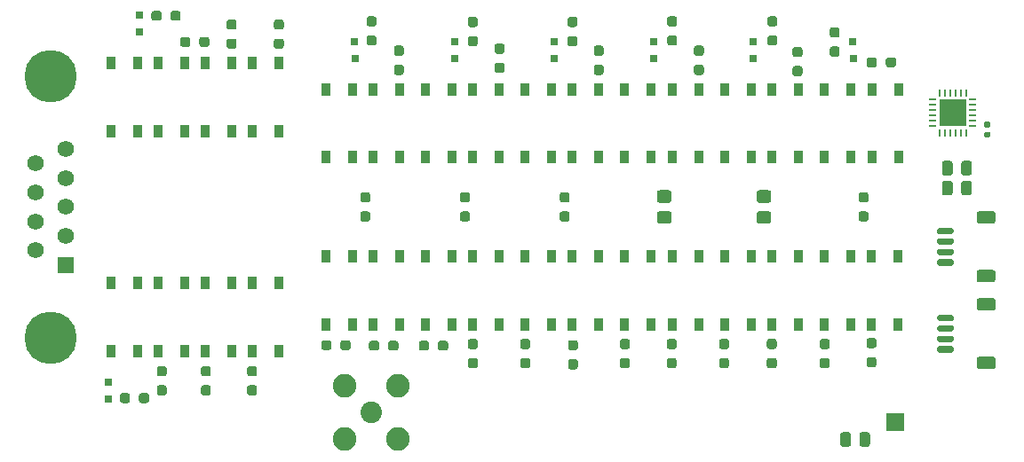
<source format=gts>
G04 #@! TF.GenerationSoftware,KiCad,Pcbnew,(5.1.10)-1*
G04 #@! TF.CreationDate,2022-05-20T10:44:42-06:00*
G04 #@! TF.ProjectId,Calibrator_02_wResistors,43616c69-6272-4617-946f-725f30325f77,rev?*
G04 #@! TF.SameCoordinates,Original*
G04 #@! TF.FileFunction,Soldermask,Top*
G04 #@! TF.FilePolarity,Negative*
%FSLAX46Y46*%
G04 Gerber Fmt 4.6, Leading zero omitted, Abs format (unit mm)*
G04 Created by KiCad (PCBNEW (5.1.10)-1) date 2022-05-20 10:44:42*
%MOMM*%
%LPD*%
G01*
G04 APERTURE LIST*
%ADD10R,1.700000X1.700000*%
%ADD11C,2.250000*%
%ADD12C,2.050000*%
%ADD13R,0.900000X1.199000*%
%ADD14R,0.280000X0.665000*%
%ADD15R,0.665000X0.280000*%
%ADD16R,2.650000X2.650000*%
%ADD17C,5.000000*%
%ADD18C,1.575000*%
%ADD19R,1.575000X1.575000*%
%ADD20R,0.800000X0.800000*%
G04 APERTURE END LIST*
G36*
G01*
X78012500Y-14337500D02*
X78487500Y-14337500D01*
G75*
G02*
X78725000Y-14575000I0J-237500D01*
G01*
X78725000Y-15075000D01*
G75*
G02*
X78487500Y-15312500I-237500J0D01*
G01*
X78012500Y-15312500D01*
G75*
G02*
X77775000Y-15075000I0J237500D01*
G01*
X77775000Y-14575000D01*
G75*
G02*
X78012500Y-14337500I237500J0D01*
G01*
G37*
G36*
G01*
X78012500Y-12512500D02*
X78487500Y-12512500D01*
G75*
G02*
X78725000Y-12750000I0J-237500D01*
G01*
X78725000Y-13250000D01*
G75*
G02*
X78487500Y-13487500I-237500J0D01*
G01*
X78012500Y-13487500D01*
G75*
G02*
X77775000Y-13250000I0J237500D01*
G01*
X77775000Y-12750000D01*
G75*
G02*
X78012500Y-12512500I237500J0D01*
G01*
G37*
G36*
G01*
X73562500Y-14425000D02*
X74037500Y-14425000D01*
G75*
G02*
X74275000Y-14662500I0J-237500D01*
G01*
X74275000Y-15162500D01*
G75*
G02*
X74037500Y-15400000I-237500J0D01*
G01*
X73562500Y-15400000D01*
G75*
G02*
X73325000Y-15162500I0J237500D01*
G01*
X73325000Y-14662500D01*
G75*
G02*
X73562500Y-14425000I237500J0D01*
G01*
G37*
G36*
G01*
X73562500Y-12600000D02*
X74037500Y-12600000D01*
G75*
G02*
X74275000Y-12837500I0J-237500D01*
G01*
X74275000Y-13337500D01*
G75*
G02*
X74037500Y-13575000I-237500J0D01*
G01*
X73562500Y-13575000D01*
G75*
G02*
X73325000Y-13337500I0J237500D01*
G01*
X73325000Y-12837500D01*
G75*
G02*
X73562500Y-12600000I237500J0D01*
G01*
G37*
G36*
G01*
X68512500Y-14425000D02*
X68987500Y-14425000D01*
G75*
G02*
X69225000Y-14662500I0J-237500D01*
G01*
X69225000Y-15162500D01*
G75*
G02*
X68987500Y-15400000I-237500J0D01*
G01*
X68512500Y-15400000D01*
G75*
G02*
X68275000Y-15162500I0J237500D01*
G01*
X68275000Y-14662500D01*
G75*
G02*
X68512500Y-14425000I237500J0D01*
G01*
G37*
G36*
G01*
X68512500Y-12600000D02*
X68987500Y-12600000D01*
G75*
G02*
X69225000Y-12837500I0J-237500D01*
G01*
X69225000Y-13337500D01*
G75*
G02*
X68987500Y-13575000I-237500J0D01*
G01*
X68512500Y-13575000D01*
G75*
G02*
X68275000Y-13337500I0J237500D01*
G01*
X68275000Y-12837500D01*
G75*
G02*
X68512500Y-12600000I237500J0D01*
G01*
G37*
G36*
G01*
X63962500Y-14425000D02*
X64437500Y-14425000D01*
G75*
G02*
X64675000Y-14662500I0J-237500D01*
G01*
X64675000Y-15162500D01*
G75*
G02*
X64437500Y-15400000I-237500J0D01*
G01*
X63962500Y-15400000D01*
G75*
G02*
X63725000Y-15162500I0J237500D01*
G01*
X63725000Y-14662500D01*
G75*
G02*
X63962500Y-14425000I237500J0D01*
G01*
G37*
G36*
G01*
X63962500Y-12600000D02*
X64437500Y-12600000D01*
G75*
G02*
X64675000Y-12837500I0J-237500D01*
G01*
X64675000Y-13337500D01*
G75*
G02*
X64437500Y-13575000I-237500J0D01*
G01*
X63962500Y-13575000D01*
G75*
G02*
X63725000Y-13337500I0J237500D01*
G01*
X63725000Y-12837500D01*
G75*
G02*
X63962500Y-12600000I237500J0D01*
G01*
G37*
G36*
G01*
X58962500Y-14425000D02*
X59437500Y-14425000D01*
G75*
G02*
X59675000Y-14662500I0J-237500D01*
G01*
X59675000Y-15162500D01*
G75*
G02*
X59437500Y-15400000I-237500J0D01*
G01*
X58962500Y-15400000D01*
G75*
G02*
X58725000Y-15162500I0J237500D01*
G01*
X58725000Y-14662500D01*
G75*
G02*
X58962500Y-14425000I237500J0D01*
G01*
G37*
G36*
G01*
X58962500Y-12600000D02*
X59437500Y-12600000D01*
G75*
G02*
X59675000Y-12837500I0J-237500D01*
G01*
X59675000Y-13337500D01*
G75*
G02*
X59437500Y-13575000I-237500J0D01*
G01*
X58962500Y-13575000D01*
G75*
G02*
X58725000Y-13337500I0J237500D01*
G01*
X58725000Y-12837500D01*
G75*
G02*
X58962500Y-12600000I237500J0D01*
G01*
G37*
G36*
G01*
X54512500Y-14425000D02*
X54987500Y-14425000D01*
G75*
G02*
X55225000Y-14662500I0J-237500D01*
G01*
X55225000Y-15162500D01*
G75*
G02*
X54987500Y-15400000I-237500J0D01*
G01*
X54512500Y-15400000D01*
G75*
G02*
X54275000Y-15162500I0J237500D01*
G01*
X54275000Y-14662500D01*
G75*
G02*
X54512500Y-14425000I237500J0D01*
G01*
G37*
G36*
G01*
X54512500Y-12600000D02*
X54987500Y-12600000D01*
G75*
G02*
X55225000Y-12837500I0J-237500D01*
G01*
X55225000Y-13337500D01*
G75*
G02*
X54987500Y-13575000I-237500J0D01*
G01*
X54512500Y-13575000D01*
G75*
G02*
X54275000Y-13337500I0J237500D01*
G01*
X54275000Y-12837500D01*
G75*
G02*
X54512500Y-12600000I237500J0D01*
G01*
G37*
G36*
G01*
X49562500Y-14537500D02*
X50037500Y-14537500D01*
G75*
G02*
X50275000Y-14775000I0J-237500D01*
G01*
X50275000Y-15275000D01*
G75*
G02*
X50037500Y-15512500I-237500J0D01*
G01*
X49562500Y-15512500D01*
G75*
G02*
X49325000Y-15275000I0J237500D01*
G01*
X49325000Y-14775000D01*
G75*
G02*
X49562500Y-14537500I237500J0D01*
G01*
G37*
G36*
G01*
X49562500Y-12712500D02*
X50037500Y-12712500D01*
G75*
G02*
X50275000Y-12950000I0J-237500D01*
G01*
X50275000Y-13450000D01*
G75*
G02*
X50037500Y-13687500I-237500J0D01*
G01*
X49562500Y-13687500D01*
G75*
G02*
X49325000Y-13450000I0J237500D01*
G01*
X49325000Y-12950000D01*
G75*
G02*
X49562500Y-12712500I237500J0D01*
G01*
G37*
G36*
G01*
X45012500Y-14425000D02*
X45487500Y-14425000D01*
G75*
G02*
X45725000Y-14662500I0J-237500D01*
G01*
X45725000Y-15162500D01*
G75*
G02*
X45487500Y-15400000I-237500J0D01*
G01*
X45012500Y-15400000D01*
G75*
G02*
X44775000Y-15162500I0J237500D01*
G01*
X44775000Y-14662500D01*
G75*
G02*
X45012500Y-14425000I237500J0D01*
G01*
G37*
G36*
G01*
X45012500Y-12600000D02*
X45487500Y-12600000D01*
G75*
G02*
X45725000Y-12837500I0J-237500D01*
G01*
X45725000Y-13337500D01*
G75*
G02*
X45487500Y-13575000I-237500J0D01*
G01*
X45012500Y-13575000D01*
G75*
G02*
X44775000Y-13337500I0J237500D01*
G01*
X44775000Y-12837500D01*
G75*
G02*
X45012500Y-12600000I237500J0D01*
G01*
G37*
G36*
G01*
X40012500Y-14425000D02*
X40487500Y-14425000D01*
G75*
G02*
X40725000Y-14662500I0J-237500D01*
G01*
X40725000Y-15162500D01*
G75*
G02*
X40487500Y-15400000I-237500J0D01*
G01*
X40012500Y-15400000D01*
G75*
G02*
X39775000Y-15162500I0J237500D01*
G01*
X39775000Y-14662500D01*
G75*
G02*
X40012500Y-14425000I237500J0D01*
G01*
G37*
G36*
G01*
X40012500Y-12600000D02*
X40487500Y-12600000D01*
G75*
G02*
X40725000Y-12837500I0J-237500D01*
G01*
X40725000Y-13337500D01*
G75*
G02*
X40487500Y-13575000I-237500J0D01*
G01*
X40012500Y-13575000D01*
G75*
G02*
X39775000Y-13337500I0J237500D01*
G01*
X39775000Y-12837500D01*
G75*
G02*
X40012500Y-12600000I237500J0D01*
G01*
G37*
G36*
G01*
X36925000Y-13487500D02*
X36925000Y-13012500D01*
G75*
G02*
X37162500Y-12775000I237500J0D01*
G01*
X37662500Y-12775000D01*
G75*
G02*
X37900000Y-13012500I0J-237500D01*
G01*
X37900000Y-13487500D01*
G75*
G02*
X37662500Y-13725000I-237500J0D01*
G01*
X37162500Y-13725000D01*
G75*
G02*
X36925000Y-13487500I0J237500D01*
G01*
G37*
G36*
G01*
X35100000Y-13487500D02*
X35100000Y-13012500D01*
G75*
G02*
X35337500Y-12775000I237500J0D01*
G01*
X35837500Y-12775000D01*
G75*
G02*
X36075000Y-13012500I0J-237500D01*
G01*
X36075000Y-13487500D01*
G75*
G02*
X35837500Y-13725000I-237500J0D01*
G01*
X35337500Y-13725000D01*
G75*
G02*
X35100000Y-13487500I0J237500D01*
G01*
G37*
G36*
G01*
X32175000Y-13487500D02*
X32175000Y-13012500D01*
G75*
G02*
X32412500Y-12775000I237500J0D01*
G01*
X32912500Y-12775000D01*
G75*
G02*
X33150000Y-13012500I0J-237500D01*
G01*
X33150000Y-13487500D01*
G75*
G02*
X32912500Y-13725000I-237500J0D01*
G01*
X32412500Y-13725000D01*
G75*
G02*
X32175000Y-13487500I0J237500D01*
G01*
G37*
G36*
G01*
X30350000Y-13487500D02*
X30350000Y-13012500D01*
G75*
G02*
X30587500Y-12775000I237500J0D01*
G01*
X31087500Y-12775000D01*
G75*
G02*
X31325000Y-13012500I0J-237500D01*
G01*
X31325000Y-13487500D01*
G75*
G02*
X31087500Y-13725000I-237500J0D01*
G01*
X30587500Y-13725000D01*
G75*
G02*
X30350000Y-13487500I0J237500D01*
G01*
G37*
G36*
G01*
X27625000Y-13437500D02*
X27625000Y-12962500D01*
G75*
G02*
X27862500Y-12725000I237500J0D01*
G01*
X28362500Y-12725000D01*
G75*
G02*
X28600000Y-12962500I0J-237500D01*
G01*
X28600000Y-13437500D01*
G75*
G02*
X28362500Y-13675000I-237500J0D01*
G01*
X27862500Y-13675000D01*
G75*
G02*
X27625000Y-13437500I0J237500D01*
G01*
G37*
G36*
G01*
X25800000Y-13437500D02*
X25800000Y-12962500D01*
G75*
G02*
X26037500Y-12725000I237500J0D01*
G01*
X26537500Y-12725000D01*
G75*
G02*
X26775000Y-12962500I0J-237500D01*
G01*
X26775000Y-13437500D01*
G75*
G02*
X26537500Y-13675000I-237500J0D01*
G01*
X26037500Y-13675000D01*
G75*
G02*
X25800000Y-13437500I0J237500D01*
G01*
G37*
G36*
G01*
X79625000Y13562500D02*
X79625000Y14037500D01*
G75*
G02*
X79862500Y14275000I237500J0D01*
G01*
X80362500Y14275000D01*
G75*
G02*
X80600000Y14037500I0J-237500D01*
G01*
X80600000Y13562500D01*
G75*
G02*
X80362500Y13325000I-237500J0D01*
G01*
X79862500Y13325000D01*
G75*
G02*
X79625000Y13562500I0J237500D01*
G01*
G37*
G36*
G01*
X77800000Y13562500D02*
X77800000Y14037500D01*
G75*
G02*
X78037500Y14275000I237500J0D01*
G01*
X78537500Y14275000D01*
G75*
G02*
X78775000Y14037500I0J-237500D01*
G01*
X78775000Y13562500D01*
G75*
G02*
X78537500Y13325000I-237500J0D01*
G01*
X78037500Y13325000D01*
G75*
G02*
X77800000Y13562500I0J237500D01*
G01*
G37*
G36*
G01*
X70962500Y13462500D02*
X71437500Y13462500D01*
G75*
G02*
X71675000Y13225000I0J-237500D01*
G01*
X71675000Y12725000D01*
G75*
G02*
X71437500Y12487500I-237500J0D01*
G01*
X70962500Y12487500D01*
G75*
G02*
X70725000Y12725000I0J237500D01*
G01*
X70725000Y13225000D01*
G75*
G02*
X70962500Y13462500I237500J0D01*
G01*
G37*
G36*
G01*
X70962500Y15287500D02*
X71437500Y15287500D01*
G75*
G02*
X71675000Y15050000I0J-237500D01*
G01*
X71675000Y14550000D01*
G75*
G02*
X71437500Y14312500I-237500J0D01*
G01*
X70962500Y14312500D01*
G75*
G02*
X70725000Y14550000I0J237500D01*
G01*
X70725000Y15050000D01*
G75*
G02*
X70962500Y15287500I237500J0D01*
G01*
G37*
G36*
G01*
X61562500Y13575000D02*
X62037500Y13575000D01*
G75*
G02*
X62275000Y13337500I0J-237500D01*
G01*
X62275000Y12837500D01*
G75*
G02*
X62037500Y12600000I-237500J0D01*
G01*
X61562500Y12600000D01*
G75*
G02*
X61325000Y12837500I0J237500D01*
G01*
X61325000Y13337500D01*
G75*
G02*
X61562500Y13575000I237500J0D01*
G01*
G37*
G36*
G01*
X61562500Y15400000D02*
X62037500Y15400000D01*
G75*
G02*
X62275000Y15162500I0J-237500D01*
G01*
X62275000Y14662500D01*
G75*
G02*
X62037500Y14425000I-237500J0D01*
G01*
X61562500Y14425000D01*
G75*
G02*
X61325000Y14662500I0J237500D01*
G01*
X61325000Y15162500D01*
G75*
G02*
X61562500Y15400000I237500J0D01*
G01*
G37*
G36*
G01*
X52012500Y13575000D02*
X52487500Y13575000D01*
G75*
G02*
X52725000Y13337500I0J-237500D01*
G01*
X52725000Y12837500D01*
G75*
G02*
X52487500Y12600000I-237500J0D01*
G01*
X52012500Y12600000D01*
G75*
G02*
X51775000Y12837500I0J237500D01*
G01*
X51775000Y13337500D01*
G75*
G02*
X52012500Y13575000I237500J0D01*
G01*
G37*
G36*
G01*
X52012500Y15400000D02*
X52487500Y15400000D01*
G75*
G02*
X52725000Y15162500I0J-237500D01*
G01*
X52725000Y14662500D01*
G75*
G02*
X52487500Y14425000I-237500J0D01*
G01*
X52012500Y14425000D01*
G75*
G02*
X51775000Y14662500I0J237500D01*
G01*
X51775000Y15162500D01*
G75*
G02*
X52012500Y15400000I237500J0D01*
G01*
G37*
G36*
G01*
X42562500Y13775000D02*
X43037500Y13775000D01*
G75*
G02*
X43275000Y13537500I0J-237500D01*
G01*
X43275000Y13037500D01*
G75*
G02*
X43037500Y12800000I-237500J0D01*
G01*
X42562500Y12800000D01*
G75*
G02*
X42325000Y13037500I0J237500D01*
G01*
X42325000Y13537500D01*
G75*
G02*
X42562500Y13775000I237500J0D01*
G01*
G37*
G36*
G01*
X42562500Y15600000D02*
X43037500Y15600000D01*
G75*
G02*
X43275000Y15362500I0J-237500D01*
G01*
X43275000Y14862500D01*
G75*
G02*
X43037500Y14625000I-237500J0D01*
G01*
X42562500Y14625000D01*
G75*
G02*
X42325000Y14862500I0J237500D01*
G01*
X42325000Y15362500D01*
G75*
G02*
X42562500Y15600000I237500J0D01*
G01*
G37*
G36*
G01*
X32962500Y13575000D02*
X33437500Y13575000D01*
G75*
G02*
X33675000Y13337500I0J-237500D01*
G01*
X33675000Y12837500D01*
G75*
G02*
X33437500Y12600000I-237500J0D01*
G01*
X32962500Y12600000D01*
G75*
G02*
X32725000Y12837500I0J237500D01*
G01*
X32725000Y13337500D01*
G75*
G02*
X32962500Y13575000I237500J0D01*
G01*
G37*
G36*
G01*
X32962500Y15400000D02*
X33437500Y15400000D01*
G75*
G02*
X33675000Y15162500I0J-237500D01*
G01*
X33675000Y14662500D01*
G75*
G02*
X33437500Y14425000I-237500J0D01*
G01*
X32962500Y14425000D01*
G75*
G02*
X32725000Y14662500I0J237500D01*
G01*
X32725000Y15162500D01*
G75*
G02*
X32962500Y15400000I237500J0D01*
G01*
G37*
G36*
G01*
X74512500Y15325000D02*
X74987500Y15325000D01*
G75*
G02*
X75225000Y15087500I0J-237500D01*
G01*
X75225000Y14587500D01*
G75*
G02*
X74987500Y14350000I-237500J0D01*
G01*
X74512500Y14350000D01*
G75*
G02*
X74275000Y14587500I0J237500D01*
G01*
X74275000Y15087500D01*
G75*
G02*
X74512500Y15325000I237500J0D01*
G01*
G37*
G36*
G01*
X74512500Y17150000D02*
X74987500Y17150000D01*
G75*
G02*
X75225000Y16912500I0J-237500D01*
G01*
X75225000Y16412500D01*
G75*
G02*
X74987500Y16175000I-237500J0D01*
G01*
X74512500Y16175000D01*
G75*
G02*
X74275000Y16412500I0J237500D01*
G01*
X74275000Y16912500D01*
G75*
G02*
X74512500Y17150000I237500J0D01*
G01*
G37*
G36*
G01*
X68562500Y16375000D02*
X69037500Y16375000D01*
G75*
G02*
X69275000Y16137500I0J-237500D01*
G01*
X69275000Y15637500D01*
G75*
G02*
X69037500Y15400000I-237500J0D01*
G01*
X68562500Y15400000D01*
G75*
G02*
X68325000Y15637500I0J237500D01*
G01*
X68325000Y16137500D01*
G75*
G02*
X68562500Y16375000I237500J0D01*
G01*
G37*
G36*
G01*
X68562500Y18200000D02*
X69037500Y18200000D01*
G75*
G02*
X69275000Y17962500I0J-237500D01*
G01*
X69275000Y17462500D01*
G75*
G02*
X69037500Y17225000I-237500J0D01*
G01*
X68562500Y17225000D01*
G75*
G02*
X68325000Y17462500I0J237500D01*
G01*
X68325000Y17962500D01*
G75*
G02*
X68562500Y18200000I237500J0D01*
G01*
G37*
G36*
G01*
X59012500Y16375000D02*
X59487500Y16375000D01*
G75*
G02*
X59725000Y16137500I0J-237500D01*
G01*
X59725000Y15637500D01*
G75*
G02*
X59487500Y15400000I-237500J0D01*
G01*
X59012500Y15400000D01*
G75*
G02*
X58775000Y15637500I0J237500D01*
G01*
X58775000Y16137500D01*
G75*
G02*
X59012500Y16375000I237500J0D01*
G01*
G37*
G36*
G01*
X59012500Y18200000D02*
X59487500Y18200000D01*
G75*
G02*
X59725000Y17962500I0J-237500D01*
G01*
X59725000Y17462500D01*
G75*
G02*
X59487500Y17225000I-237500J0D01*
G01*
X59012500Y17225000D01*
G75*
G02*
X58775000Y17462500I0J237500D01*
G01*
X58775000Y17962500D01*
G75*
G02*
X59012500Y18200000I237500J0D01*
G01*
G37*
G36*
G01*
X49512500Y16325000D02*
X49987500Y16325000D01*
G75*
G02*
X50225000Y16087500I0J-237500D01*
G01*
X50225000Y15587500D01*
G75*
G02*
X49987500Y15350000I-237500J0D01*
G01*
X49512500Y15350000D01*
G75*
G02*
X49275000Y15587500I0J237500D01*
G01*
X49275000Y16087500D01*
G75*
G02*
X49512500Y16325000I237500J0D01*
G01*
G37*
G36*
G01*
X49512500Y18150000D02*
X49987500Y18150000D01*
G75*
G02*
X50225000Y17912500I0J-237500D01*
G01*
X50225000Y17412500D01*
G75*
G02*
X49987500Y17175000I-237500J0D01*
G01*
X49512500Y17175000D01*
G75*
G02*
X49275000Y17412500I0J237500D01*
G01*
X49275000Y17912500D01*
G75*
G02*
X49512500Y18150000I237500J0D01*
G01*
G37*
G36*
G01*
X40012500Y16325000D02*
X40487500Y16325000D01*
G75*
G02*
X40725000Y16087500I0J-237500D01*
G01*
X40725000Y15587500D01*
G75*
G02*
X40487500Y15350000I-237500J0D01*
G01*
X40012500Y15350000D01*
G75*
G02*
X39775000Y15587500I0J237500D01*
G01*
X39775000Y16087500D01*
G75*
G02*
X40012500Y16325000I237500J0D01*
G01*
G37*
G36*
G01*
X40012500Y18150000D02*
X40487500Y18150000D01*
G75*
G02*
X40725000Y17912500I0J-237500D01*
G01*
X40725000Y17412500D01*
G75*
G02*
X40487500Y17175000I-237500J0D01*
G01*
X40012500Y17175000D01*
G75*
G02*
X39775000Y17412500I0J237500D01*
G01*
X39775000Y17912500D01*
G75*
G02*
X40012500Y18150000I237500J0D01*
G01*
G37*
G36*
G01*
X30362500Y16375000D02*
X30837500Y16375000D01*
G75*
G02*
X31075000Y16137500I0J-237500D01*
G01*
X31075000Y15637500D01*
G75*
G02*
X30837500Y15400000I-237500J0D01*
G01*
X30362500Y15400000D01*
G75*
G02*
X30125000Y15637500I0J237500D01*
G01*
X30125000Y16137500D01*
G75*
G02*
X30362500Y16375000I237500J0D01*
G01*
G37*
G36*
G01*
X30362500Y18200000D02*
X30837500Y18200000D01*
G75*
G02*
X31075000Y17962500I0J-237500D01*
G01*
X31075000Y17462500D01*
G75*
G02*
X30837500Y17225000I-237500J0D01*
G01*
X30362500Y17225000D01*
G75*
G02*
X30125000Y17462500I0J237500D01*
G01*
X30125000Y17962500D01*
G75*
G02*
X30362500Y18200000I237500J0D01*
G01*
G37*
G36*
G01*
X11425000Y18012500D02*
X11425000Y18487500D01*
G75*
G02*
X11662500Y18725000I237500J0D01*
G01*
X12162500Y18725000D01*
G75*
G02*
X12400000Y18487500I0J-237500D01*
G01*
X12400000Y18012500D01*
G75*
G02*
X12162500Y17775000I-237500J0D01*
G01*
X11662500Y17775000D01*
G75*
G02*
X11425000Y18012500I0J237500D01*
G01*
G37*
G36*
G01*
X9600000Y18012500D02*
X9600000Y18487500D01*
G75*
G02*
X9837500Y18725000I237500J0D01*
G01*
X10337500Y18725000D01*
G75*
G02*
X10575000Y18487500I0J-237500D01*
G01*
X10575000Y18012500D01*
G75*
G02*
X10337500Y17775000I-237500J0D01*
G01*
X9837500Y17775000D01*
G75*
G02*
X9600000Y18012500I0J237500D01*
G01*
G37*
G36*
G01*
X17487500Y16925000D02*
X17012500Y16925000D01*
G75*
G02*
X16775000Y17162500I0J237500D01*
G01*
X16775000Y17662500D01*
G75*
G02*
X17012500Y17900000I237500J0D01*
G01*
X17487500Y17900000D01*
G75*
G02*
X17725000Y17662500I0J-237500D01*
G01*
X17725000Y17162500D01*
G75*
G02*
X17487500Y16925000I-237500J0D01*
G01*
G37*
G36*
G01*
X17487500Y15100000D02*
X17012500Y15100000D01*
G75*
G02*
X16775000Y15337500I0J237500D01*
G01*
X16775000Y15837500D01*
G75*
G02*
X17012500Y16075000I237500J0D01*
G01*
X17487500Y16075000D01*
G75*
G02*
X17725000Y15837500I0J-237500D01*
G01*
X17725000Y15337500D01*
G75*
G02*
X17487500Y15100000I-237500J0D01*
G01*
G37*
G36*
G01*
X14175000Y15512500D02*
X14175000Y15987500D01*
G75*
G02*
X14412500Y16225000I237500J0D01*
G01*
X14912500Y16225000D01*
G75*
G02*
X15150000Y15987500I0J-237500D01*
G01*
X15150000Y15512500D01*
G75*
G02*
X14912500Y15275000I-237500J0D01*
G01*
X14412500Y15275000D01*
G75*
G02*
X14175000Y15512500I0J237500D01*
G01*
G37*
G36*
G01*
X12350000Y15512500D02*
X12350000Y15987500D01*
G75*
G02*
X12587500Y16225000I237500J0D01*
G01*
X13087500Y16225000D01*
G75*
G02*
X13325000Y15987500I0J-237500D01*
G01*
X13325000Y15512500D01*
G75*
G02*
X13087500Y15275000I-237500J0D01*
G01*
X12587500Y15275000D01*
G75*
G02*
X12350000Y15512500I0J237500D01*
G01*
G37*
G36*
G01*
X21997500Y16925000D02*
X21522500Y16925000D01*
G75*
G02*
X21285000Y17162500I0J237500D01*
G01*
X21285000Y17662500D01*
G75*
G02*
X21522500Y17900000I237500J0D01*
G01*
X21997500Y17900000D01*
G75*
G02*
X22235000Y17662500I0J-237500D01*
G01*
X22235000Y17162500D01*
G75*
G02*
X21997500Y16925000I-237500J0D01*
G01*
G37*
G36*
G01*
X21997500Y15100000D02*
X21522500Y15100000D01*
G75*
G02*
X21285000Y15337500I0J237500D01*
G01*
X21285000Y15837500D01*
G75*
G02*
X21522500Y16075000I237500J0D01*
G01*
X21997500Y16075000D01*
G75*
G02*
X22235000Y15837500I0J-237500D01*
G01*
X22235000Y15337500D01*
G75*
G02*
X21997500Y15100000I-237500J0D01*
G01*
G37*
G36*
G01*
X10837500Y-16175000D02*
X10362500Y-16175000D01*
G75*
G02*
X10125000Y-15937500I0J237500D01*
G01*
X10125000Y-15437500D01*
G75*
G02*
X10362500Y-15200000I237500J0D01*
G01*
X10837500Y-15200000D01*
G75*
G02*
X11075000Y-15437500I0J-237500D01*
G01*
X11075000Y-15937500D01*
G75*
G02*
X10837500Y-16175000I-237500J0D01*
G01*
G37*
G36*
G01*
X10837500Y-18000000D02*
X10362500Y-18000000D01*
G75*
G02*
X10125000Y-17762500I0J237500D01*
G01*
X10125000Y-17262500D01*
G75*
G02*
X10362500Y-17025000I237500J0D01*
G01*
X10837500Y-17025000D01*
G75*
G02*
X11075000Y-17262500I0J-237500D01*
G01*
X11075000Y-17762500D01*
G75*
G02*
X10837500Y-18000000I-237500J0D01*
G01*
G37*
G36*
G01*
X15037500Y-16175000D02*
X14562500Y-16175000D01*
G75*
G02*
X14325000Y-15937500I0J237500D01*
G01*
X14325000Y-15437500D01*
G75*
G02*
X14562500Y-15200000I237500J0D01*
G01*
X15037500Y-15200000D01*
G75*
G02*
X15275000Y-15437500I0J-237500D01*
G01*
X15275000Y-15937500D01*
G75*
G02*
X15037500Y-16175000I-237500J0D01*
G01*
G37*
G36*
G01*
X15037500Y-18000000D02*
X14562500Y-18000000D01*
G75*
G02*
X14325000Y-17762500I0J237500D01*
G01*
X14325000Y-17262500D01*
G75*
G02*
X14562500Y-17025000I237500J0D01*
G01*
X15037500Y-17025000D01*
G75*
G02*
X15275000Y-17262500I0J-237500D01*
G01*
X15275000Y-17762500D01*
G75*
G02*
X15037500Y-18000000I-237500J0D01*
G01*
G37*
G36*
G01*
X19437500Y-16175000D02*
X18962500Y-16175000D01*
G75*
G02*
X18725000Y-15937500I0J237500D01*
G01*
X18725000Y-15437500D01*
G75*
G02*
X18962500Y-15200000I237500J0D01*
G01*
X19437500Y-15200000D01*
G75*
G02*
X19675000Y-15437500I0J-237500D01*
G01*
X19675000Y-15937500D01*
G75*
G02*
X19437500Y-16175000I-237500J0D01*
G01*
G37*
G36*
G01*
X19437500Y-18000000D02*
X18962500Y-18000000D01*
G75*
G02*
X18725000Y-17762500I0J237500D01*
G01*
X18725000Y-17262500D01*
G75*
G02*
X18962500Y-17025000I237500J0D01*
G01*
X19437500Y-17025000D01*
G75*
G02*
X19675000Y-17262500I0J-237500D01*
G01*
X19675000Y-17762500D01*
G75*
G02*
X19437500Y-18000000I-237500J0D01*
G01*
G37*
G36*
G01*
X7575000Y-18012500D02*
X7575000Y-18487500D01*
G75*
G02*
X7337500Y-18725000I-237500J0D01*
G01*
X6837500Y-18725000D01*
G75*
G02*
X6600000Y-18487500I0J237500D01*
G01*
X6600000Y-18012500D01*
G75*
G02*
X6837500Y-17775000I237500J0D01*
G01*
X7337500Y-17775000D01*
G75*
G02*
X7575000Y-18012500I0J-237500D01*
G01*
G37*
G36*
G01*
X9400000Y-18012500D02*
X9400000Y-18487500D01*
G75*
G02*
X9162500Y-18725000I-237500J0D01*
G01*
X8662500Y-18725000D01*
G75*
G02*
X8425000Y-18487500I0J237500D01*
G01*
X8425000Y-18012500D01*
G75*
G02*
X8662500Y-17775000I237500J0D01*
G01*
X9162500Y-17775000D01*
G75*
G02*
X9400000Y-18012500I0J-237500D01*
G01*
G37*
D10*
X80500000Y-20500000D03*
D11*
X28060000Y-22140000D03*
X28060000Y-17060000D03*
X33140000Y-17060000D03*
X33140000Y-22140000D03*
D12*
X30600000Y-19600000D03*
D13*
X78230000Y-4750000D03*
X80770000Y-4750000D03*
X80770000Y-11250000D03*
X78230000Y-11250000D03*
X80870000Y4750000D03*
X78330000Y4750000D03*
X78330000Y11250000D03*
X80870000Y11250000D03*
X73730000Y-4750000D03*
X76270000Y-4750000D03*
X76270000Y-11250000D03*
X73730000Y-11250000D03*
X76270000Y4750000D03*
X73730000Y4750000D03*
X73730000Y11250000D03*
X76270000Y11250000D03*
X68730000Y-4750000D03*
X71270000Y-4750000D03*
X71270000Y-11250000D03*
X68730000Y-11250000D03*
X71270000Y4750000D03*
X68730000Y4750000D03*
X68730000Y11250000D03*
X71270000Y11250000D03*
X64230000Y-4750000D03*
X66770000Y-4750000D03*
X66770000Y-11250000D03*
X64230000Y-11250000D03*
X66770000Y4750000D03*
X64230000Y4750000D03*
X64230000Y11250000D03*
X66770000Y11250000D03*
X59230000Y-4750000D03*
X61770000Y-4750000D03*
X61770000Y-11250000D03*
X59230000Y-11250000D03*
X61770000Y4750000D03*
X59230000Y4750000D03*
X59230000Y11250000D03*
X61770000Y11250000D03*
X54730000Y-4750000D03*
X57270000Y-4750000D03*
X57270000Y-11250000D03*
X54730000Y-11250000D03*
X57270000Y4750000D03*
X54730000Y4750000D03*
X54730000Y11250000D03*
X57270000Y11250000D03*
X49730000Y-4750000D03*
X52270000Y-4750000D03*
X52270000Y-11250000D03*
X49730000Y-11250000D03*
X45230000Y-4750000D03*
X47770000Y-4750000D03*
X47770000Y-11250000D03*
X45230000Y-11250000D03*
X40230000Y-4750000D03*
X42770000Y-4750000D03*
X42770000Y-11250000D03*
X40230000Y-11250000D03*
X35730000Y-4750000D03*
X38270000Y-4750000D03*
X38270000Y-11250000D03*
X35730000Y-11250000D03*
X30730000Y-4750000D03*
X33270000Y-4750000D03*
X33270000Y-11250000D03*
X30730000Y-11250000D03*
X26230000Y-4750000D03*
X28770000Y-4750000D03*
X28770000Y-11250000D03*
X26230000Y-11250000D03*
X52270000Y4750000D03*
X49730000Y4750000D03*
X49730000Y11250000D03*
X52270000Y11250000D03*
X47770000Y4750000D03*
X45230000Y4750000D03*
X45230000Y11250000D03*
X47770000Y11250000D03*
X42770000Y4750000D03*
X40230000Y4750000D03*
X40230000Y11250000D03*
X42770000Y11250000D03*
X38270000Y4750000D03*
X35730000Y4750000D03*
X35730000Y11250000D03*
X38270000Y11250000D03*
X33270000Y4750000D03*
X30730000Y4750000D03*
X30730000Y11250000D03*
X33270000Y11250000D03*
X28770000Y4750000D03*
X26230000Y4750000D03*
X26230000Y11250000D03*
X28770000Y11250000D03*
D14*
X87250000Y10908000D03*
X86750000Y10908000D03*
X86250000Y10908000D03*
X85750000Y10908000D03*
X85250000Y10908000D03*
X84750000Y10908000D03*
D15*
X84092000Y10250000D03*
X84092000Y9750000D03*
X84092000Y9250000D03*
X84092000Y8750000D03*
X84092000Y8250000D03*
X84092000Y7750000D03*
D14*
X84750000Y7092000D03*
X85250000Y7092000D03*
X85750000Y7092000D03*
X86250000Y7092000D03*
X86750000Y7092000D03*
X87250000Y7092000D03*
D15*
X87908000Y7750000D03*
X87908000Y8250000D03*
X87908000Y8750000D03*
X87908000Y9250000D03*
X87908000Y9750000D03*
X87908000Y10250000D03*
D16*
X86000000Y9000000D03*
D13*
X17270000Y7250000D03*
X14730000Y7250000D03*
X14730000Y13750000D03*
X17270000Y13750000D03*
X12770000Y7250000D03*
X10230000Y7250000D03*
X10230000Y13750000D03*
X12770000Y13750000D03*
X8270000Y7250000D03*
X5730000Y7250000D03*
X5730000Y13750000D03*
X8270000Y13750000D03*
X21770000Y7250000D03*
X19230000Y7250000D03*
X19230000Y13750000D03*
X21770000Y13750000D03*
X10230000Y-7250000D03*
X12770000Y-7250000D03*
X12770000Y-13750000D03*
X10230000Y-13750000D03*
X5730000Y-7250000D03*
X8270000Y-7250000D03*
X8270000Y-13750000D03*
X5730000Y-13750000D03*
X14730000Y-7250000D03*
X17270000Y-7250000D03*
X17270000Y-13750000D03*
X14730000Y-13750000D03*
X19230000Y-7250000D03*
X21770000Y-7250000D03*
X21770000Y-13750000D03*
X19230000Y-13750000D03*
D17*
X0Y-12500000D03*
D18*
X-1420000Y4140000D03*
X-1420000Y1380000D03*
X-1420000Y-1380000D03*
X-1420000Y-4140000D03*
X1420000Y5520000D03*
X1420000Y2760000D03*
X1420000Y-2760000D03*
D19*
X1420000Y-5520000D03*
D17*
X0Y12500000D03*
D18*
X1420000Y0D03*
D20*
X76497000Y15799000D03*
X76503000Y14201000D03*
X66997000Y15799000D03*
X67003000Y14201000D03*
X57497000Y15799000D03*
X57503000Y14201000D03*
X47997000Y15799000D03*
X48003000Y14201000D03*
X38497000Y15799000D03*
X38503000Y14201000D03*
X28997000Y15799000D03*
X29003000Y14201000D03*
X5503000Y-18299000D03*
X5497000Y-16701000D03*
X8497000Y18299000D03*
X8503000Y16701000D03*
G36*
G01*
X77100000Y-22650002D02*
X77100000Y-21749998D01*
G75*
G02*
X77349998Y-21500000I249998J0D01*
G01*
X77875002Y-21500000D01*
G75*
G02*
X78125000Y-21749998I0J-249998D01*
G01*
X78125000Y-22650002D01*
G75*
G02*
X77875002Y-22900000I-249998J0D01*
G01*
X77349998Y-22900000D01*
G75*
G02*
X77100000Y-22650002I0J249998D01*
G01*
G37*
G36*
G01*
X75275000Y-22650002D02*
X75275000Y-21749998D01*
G75*
G02*
X75524998Y-21500000I249998J0D01*
G01*
X76050002Y-21500000D01*
G75*
G02*
X76300000Y-21749998I0J-249998D01*
G01*
X76300000Y-22650002D01*
G75*
G02*
X76050002Y-22900000I-249998J0D01*
G01*
X75524998Y-22900000D01*
G75*
G02*
X75275000Y-22650002I0J249998D01*
G01*
G37*
G36*
G01*
X86000000Y4150002D02*
X86000000Y3249998D01*
G75*
G02*
X85750002Y3000000I-249998J0D01*
G01*
X85224998Y3000000D01*
G75*
G02*
X84975000Y3249998I0J249998D01*
G01*
X84975000Y4150002D01*
G75*
G02*
X85224998Y4400000I249998J0D01*
G01*
X85750002Y4400000D01*
G75*
G02*
X86000000Y4150002I0J-249998D01*
G01*
G37*
G36*
G01*
X87825000Y4150002D02*
X87825000Y3249998D01*
G75*
G02*
X87575002Y3000000I-249998J0D01*
G01*
X87049998Y3000000D01*
G75*
G02*
X86800000Y3249998I0J249998D01*
G01*
X86800000Y4150002D01*
G75*
G02*
X87049998Y4400000I249998J0D01*
G01*
X87575002Y4400000D01*
G75*
G02*
X87825000Y4150002I0J-249998D01*
G01*
G37*
G36*
G01*
X77262500Y-425000D02*
X77737500Y-425000D01*
G75*
G02*
X77975000Y-662500I0J-237500D01*
G01*
X77975000Y-1162500D01*
G75*
G02*
X77737500Y-1400000I-237500J0D01*
G01*
X77262500Y-1400000D01*
G75*
G02*
X77025000Y-1162500I0J237500D01*
G01*
X77025000Y-662500D01*
G75*
G02*
X77262500Y-425000I237500J0D01*
G01*
G37*
G36*
G01*
X77262500Y1400000D02*
X77737500Y1400000D01*
G75*
G02*
X77975000Y1162500I0J-237500D01*
G01*
X77975000Y662500D01*
G75*
G02*
X77737500Y425000I-237500J0D01*
G01*
X77262500Y425000D01*
G75*
G02*
X77025000Y662500I0J237500D01*
G01*
X77025000Y1162500D01*
G75*
G02*
X77262500Y1400000I237500J0D01*
G01*
G37*
G36*
G01*
X86000000Y2250002D02*
X86000000Y1349998D01*
G75*
G02*
X85750002Y1100000I-249998J0D01*
G01*
X85224998Y1100000D01*
G75*
G02*
X84975000Y1349998I0J249998D01*
G01*
X84975000Y2250002D01*
G75*
G02*
X85224998Y2500000I249998J0D01*
G01*
X85750002Y2500000D01*
G75*
G02*
X86000000Y2250002I0J-249998D01*
G01*
G37*
G36*
G01*
X87825000Y2250002D02*
X87825000Y1349998D01*
G75*
G02*
X87575002Y1100000I-249998J0D01*
G01*
X87049998Y1100000D01*
G75*
G02*
X86800000Y1349998I0J249998D01*
G01*
X86800000Y2250002D01*
G75*
G02*
X87049998Y2500000I249998J0D01*
G01*
X87575002Y2500000D01*
G75*
G02*
X87825000Y2250002I0J-249998D01*
G01*
G37*
G36*
G01*
X67549999Y-400000D02*
X68450001Y-400000D01*
G75*
G02*
X68700000Y-649999I0J-249999D01*
G01*
X68700000Y-1350001D01*
G75*
G02*
X68450001Y-1600000I-249999J0D01*
G01*
X67549999Y-1600000D01*
G75*
G02*
X67300000Y-1350001I0J249999D01*
G01*
X67300000Y-649999D01*
G75*
G02*
X67549999Y-400000I249999J0D01*
G01*
G37*
G36*
G01*
X67549999Y1600000D02*
X68450001Y1600000D01*
G75*
G02*
X68700000Y1350001I0J-249999D01*
G01*
X68700000Y649999D01*
G75*
G02*
X68450001Y400000I-249999J0D01*
G01*
X67549999Y400000D01*
G75*
G02*
X67300000Y649999I0J249999D01*
G01*
X67300000Y1350001D01*
G75*
G02*
X67549999Y1600000I249999J0D01*
G01*
G37*
G36*
G01*
X58049999Y-400000D02*
X58950001Y-400000D01*
G75*
G02*
X59200000Y-649999I0J-249999D01*
G01*
X59200000Y-1350001D01*
G75*
G02*
X58950001Y-1600000I-249999J0D01*
G01*
X58049999Y-1600000D01*
G75*
G02*
X57800000Y-1350001I0J249999D01*
G01*
X57800000Y-649999D01*
G75*
G02*
X58049999Y-400000I249999J0D01*
G01*
G37*
G36*
G01*
X58049999Y1600000D02*
X58950001Y1600000D01*
G75*
G02*
X59200000Y1350001I0J-249999D01*
G01*
X59200000Y649999D01*
G75*
G02*
X58950001Y400000I-249999J0D01*
G01*
X58049999Y400000D01*
G75*
G02*
X57800000Y649999I0J249999D01*
G01*
X57800000Y1350001D01*
G75*
G02*
X58049999Y1600000I249999J0D01*
G01*
G37*
G36*
G01*
X48762500Y-425000D02*
X49237500Y-425000D01*
G75*
G02*
X49475000Y-662500I0J-237500D01*
G01*
X49475000Y-1162500D01*
G75*
G02*
X49237500Y-1400000I-237500J0D01*
G01*
X48762500Y-1400000D01*
G75*
G02*
X48525000Y-1162500I0J237500D01*
G01*
X48525000Y-662500D01*
G75*
G02*
X48762500Y-425000I237500J0D01*
G01*
G37*
G36*
G01*
X48762500Y1400000D02*
X49237500Y1400000D01*
G75*
G02*
X49475000Y1162500I0J-237500D01*
G01*
X49475000Y662500D01*
G75*
G02*
X49237500Y425000I-237500J0D01*
G01*
X48762500Y425000D01*
G75*
G02*
X48525000Y662500I0J237500D01*
G01*
X48525000Y1162500D01*
G75*
G02*
X48762500Y1400000I237500J0D01*
G01*
G37*
G36*
G01*
X39262500Y-425000D02*
X39737500Y-425000D01*
G75*
G02*
X39975000Y-662500I0J-237500D01*
G01*
X39975000Y-1162500D01*
G75*
G02*
X39737500Y-1400000I-237500J0D01*
G01*
X39262500Y-1400000D01*
G75*
G02*
X39025000Y-1162500I0J237500D01*
G01*
X39025000Y-662500D01*
G75*
G02*
X39262500Y-425000I237500J0D01*
G01*
G37*
G36*
G01*
X39262500Y1400000D02*
X39737500Y1400000D01*
G75*
G02*
X39975000Y1162500I0J-237500D01*
G01*
X39975000Y662500D01*
G75*
G02*
X39737500Y425000I-237500J0D01*
G01*
X39262500Y425000D01*
G75*
G02*
X39025000Y662500I0J237500D01*
G01*
X39025000Y1162500D01*
G75*
G02*
X39262500Y1400000I237500J0D01*
G01*
G37*
G36*
G01*
X29762500Y-425000D02*
X30237500Y-425000D01*
G75*
G02*
X30475000Y-662500I0J-237500D01*
G01*
X30475000Y-1162500D01*
G75*
G02*
X30237500Y-1400000I-237500J0D01*
G01*
X29762500Y-1400000D01*
G75*
G02*
X29525000Y-1162500I0J237500D01*
G01*
X29525000Y-662500D01*
G75*
G02*
X29762500Y-425000I237500J0D01*
G01*
G37*
G36*
G01*
X29762500Y1400000D02*
X30237500Y1400000D01*
G75*
G02*
X30475000Y1162500I0J-237500D01*
G01*
X30475000Y662500D01*
G75*
G02*
X30237500Y425000I-237500J0D01*
G01*
X29762500Y425000D01*
G75*
G02*
X29525000Y662500I0J237500D01*
G01*
X29525000Y1162500D01*
G75*
G02*
X29762500Y1400000I237500J0D01*
G01*
G37*
G36*
G01*
X89825001Y-1600000D02*
X88524999Y-1600000D01*
G75*
G02*
X88275000Y-1350001I0J249999D01*
G01*
X88275000Y-649999D01*
G75*
G02*
X88524999Y-400000I249999J0D01*
G01*
X89825001Y-400000D01*
G75*
G02*
X90075000Y-649999I0J-249999D01*
G01*
X90075000Y-1350001D01*
G75*
G02*
X89825001Y-1600000I-249999J0D01*
G01*
G37*
G36*
G01*
X89825001Y-7200000D02*
X88524999Y-7200000D01*
G75*
G02*
X88275000Y-6950001I0J249999D01*
G01*
X88275000Y-6249999D01*
G75*
G02*
X88524999Y-6000000I249999J0D01*
G01*
X89825001Y-6000000D01*
G75*
G02*
X90075000Y-6249999I0J-249999D01*
G01*
X90075000Y-6950001D01*
G75*
G02*
X89825001Y-7200000I-249999J0D01*
G01*
G37*
G36*
G01*
X85925000Y-2600000D02*
X84675000Y-2600000D01*
G75*
G02*
X84525000Y-2450000I0J150000D01*
G01*
X84525000Y-2150000D01*
G75*
G02*
X84675000Y-2000000I150000J0D01*
G01*
X85925000Y-2000000D01*
G75*
G02*
X86075000Y-2150000I0J-150000D01*
G01*
X86075000Y-2450000D01*
G75*
G02*
X85925000Y-2600000I-150000J0D01*
G01*
G37*
G36*
G01*
X85925000Y-3600000D02*
X84675000Y-3600000D01*
G75*
G02*
X84525000Y-3450000I0J150000D01*
G01*
X84525000Y-3150000D01*
G75*
G02*
X84675000Y-3000000I150000J0D01*
G01*
X85925000Y-3000000D01*
G75*
G02*
X86075000Y-3150000I0J-150000D01*
G01*
X86075000Y-3450000D01*
G75*
G02*
X85925000Y-3600000I-150000J0D01*
G01*
G37*
G36*
G01*
X85925000Y-4600000D02*
X84675000Y-4600000D01*
G75*
G02*
X84525000Y-4450000I0J150000D01*
G01*
X84525000Y-4150000D01*
G75*
G02*
X84675000Y-4000000I150000J0D01*
G01*
X85925000Y-4000000D01*
G75*
G02*
X86075000Y-4150000I0J-150000D01*
G01*
X86075000Y-4450000D01*
G75*
G02*
X85925000Y-4600000I-150000J0D01*
G01*
G37*
G36*
G01*
X85925000Y-5600000D02*
X84675000Y-5600000D01*
G75*
G02*
X84525000Y-5450000I0J150000D01*
G01*
X84525000Y-5150000D01*
G75*
G02*
X84675000Y-5000000I150000J0D01*
G01*
X85925000Y-5000000D01*
G75*
G02*
X86075000Y-5150000I0J-150000D01*
G01*
X86075000Y-5450000D01*
G75*
G02*
X85925000Y-5600000I-150000J0D01*
G01*
G37*
G36*
G01*
X89835001Y-9900000D02*
X88534999Y-9900000D01*
G75*
G02*
X88285000Y-9650001I0J249999D01*
G01*
X88285000Y-8949999D01*
G75*
G02*
X88534999Y-8700000I249999J0D01*
G01*
X89835001Y-8700000D01*
G75*
G02*
X90085000Y-8949999I0J-249999D01*
G01*
X90085000Y-9650001D01*
G75*
G02*
X89835001Y-9900000I-249999J0D01*
G01*
G37*
G36*
G01*
X89835001Y-15500000D02*
X88534999Y-15500000D01*
G75*
G02*
X88285000Y-15250001I0J249999D01*
G01*
X88285000Y-14549999D01*
G75*
G02*
X88534999Y-14300000I249999J0D01*
G01*
X89835001Y-14300000D01*
G75*
G02*
X90085000Y-14549999I0J-249999D01*
G01*
X90085000Y-15250001D01*
G75*
G02*
X89835001Y-15500000I-249999J0D01*
G01*
G37*
G36*
G01*
X85935000Y-10900000D02*
X84685000Y-10900000D01*
G75*
G02*
X84535000Y-10750000I0J150000D01*
G01*
X84535000Y-10450000D01*
G75*
G02*
X84685000Y-10300000I150000J0D01*
G01*
X85935000Y-10300000D01*
G75*
G02*
X86085000Y-10450000I0J-150000D01*
G01*
X86085000Y-10750000D01*
G75*
G02*
X85935000Y-10900000I-150000J0D01*
G01*
G37*
G36*
G01*
X85935000Y-11900000D02*
X84685000Y-11900000D01*
G75*
G02*
X84535000Y-11750000I0J150000D01*
G01*
X84535000Y-11450000D01*
G75*
G02*
X84685000Y-11300000I150000J0D01*
G01*
X85935000Y-11300000D01*
G75*
G02*
X86085000Y-11450000I0J-150000D01*
G01*
X86085000Y-11750000D01*
G75*
G02*
X85935000Y-11900000I-150000J0D01*
G01*
G37*
G36*
G01*
X85935000Y-12900000D02*
X84685000Y-12900000D01*
G75*
G02*
X84535000Y-12750000I0J150000D01*
G01*
X84535000Y-12450000D01*
G75*
G02*
X84685000Y-12300000I150000J0D01*
G01*
X85935000Y-12300000D01*
G75*
G02*
X86085000Y-12450000I0J-150000D01*
G01*
X86085000Y-12750000D01*
G75*
G02*
X85935000Y-12900000I-150000J0D01*
G01*
G37*
G36*
G01*
X85935000Y-13900000D02*
X84685000Y-13900000D01*
G75*
G02*
X84535000Y-13750000I0J150000D01*
G01*
X84535000Y-13450000D01*
G75*
G02*
X84685000Y-13300000I150000J0D01*
G01*
X85935000Y-13300000D01*
G75*
G02*
X86085000Y-13450000I0J-150000D01*
G01*
X86085000Y-13750000D01*
G75*
G02*
X85935000Y-13900000I-150000J0D01*
G01*
G37*
G36*
G01*
X89470000Y7580000D02*
X89130000Y7580000D01*
G75*
G02*
X88990000Y7720000I0J140000D01*
G01*
X88990000Y8000000D01*
G75*
G02*
X89130000Y8140000I140000J0D01*
G01*
X89470000Y8140000D01*
G75*
G02*
X89610000Y8000000I0J-140000D01*
G01*
X89610000Y7720000D01*
G75*
G02*
X89470000Y7580000I-140000J0D01*
G01*
G37*
G36*
G01*
X89470000Y6620000D02*
X89130000Y6620000D01*
G75*
G02*
X88990000Y6760000I0J140000D01*
G01*
X88990000Y7040000D01*
G75*
G02*
X89130000Y7180000I140000J0D01*
G01*
X89470000Y7180000D01*
G75*
G02*
X89610000Y7040000I0J-140000D01*
G01*
X89610000Y6760000D01*
G75*
G02*
X89470000Y6620000I-140000J0D01*
G01*
G37*
M02*

</source>
